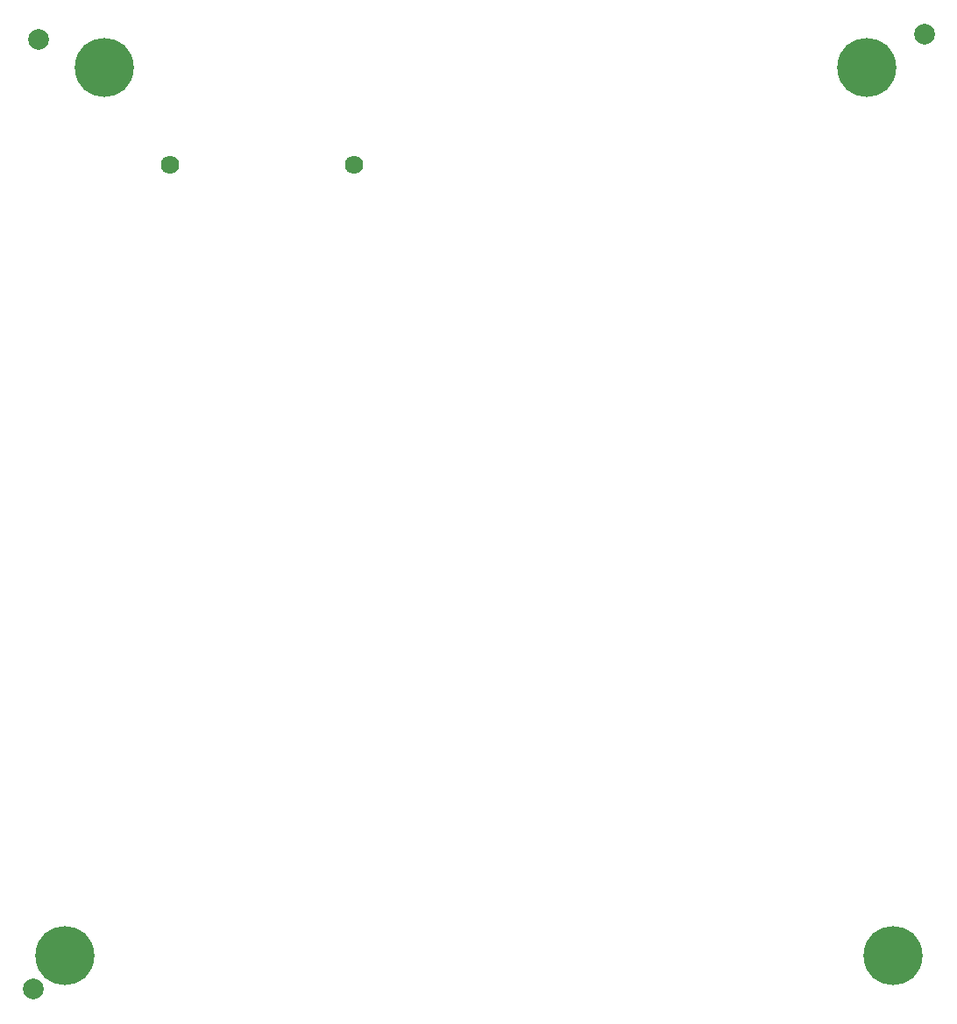
<source format=gbs>
%TF.GenerationSoftware,KiCad,Pcbnew,7.0.2-0*%
%TF.CreationDate,2024-05-08T22:09:35-07:00*%
%TF.ProjectId,MPPT_addon_board,4d505054-5f61-4646-946f-6e5f626f6172,1.4*%
%TF.SameCoordinates,Original*%
%TF.FileFunction,Soldermask,Bot*%
%TF.FilePolarity,Negative*%
%FSLAX46Y46*%
G04 Gerber Fmt 4.6, Leading zero omitted, Abs format (unit mm)*
G04 Created by KiCad (PCBNEW 7.0.2-0) date 2024-05-08 22:09:35*
%MOMM*%
%LPD*%
G01*
G04 APERTURE LIST*
%ADD10C,1.780000*%
%ADD11C,5.701600*%
%ADD12C,2.000000*%
G04 APERTURE END LIST*
D10*
X113540000Y-66950000D03*
X131320000Y-66950000D03*
D11*
X107236100Y-57564100D03*
X103426100Y-143294100D03*
X183426100Y-143294100D03*
X180896100Y-57564100D03*
D12*
X186436000Y-54356000D03*
X100838000Y-54864000D03*
X100330000Y-146558000D03*
M02*

</source>
